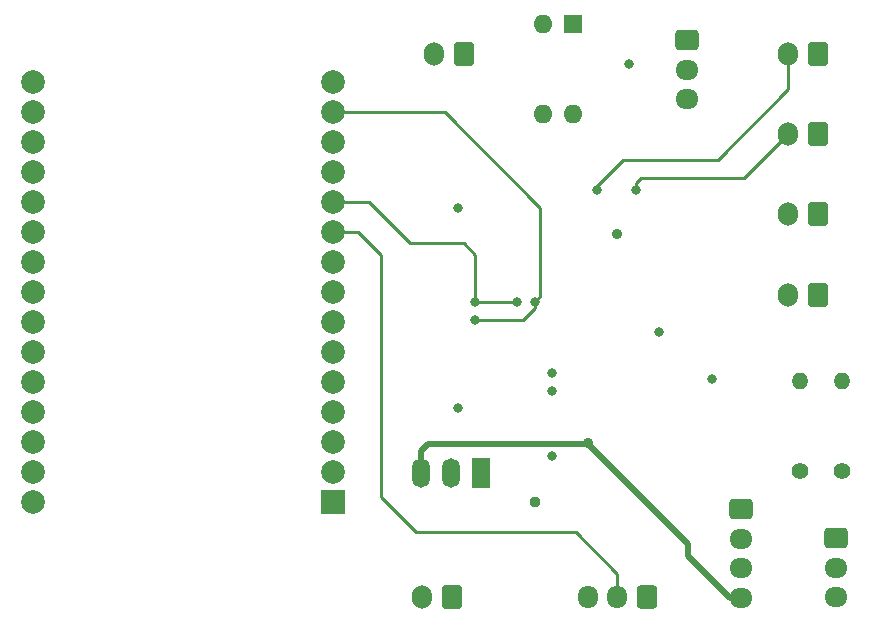
<source format=gbr>
%TF.GenerationSoftware,KiCad,Pcbnew,7.0.8*%
%TF.CreationDate,2024-02-01T15:05:35+01:00*%
%TF.ProjectId,SMD Microcontroller Schematics,534d4420-4d69-4637-926f-636f6e74726f,rev?*%
%TF.SameCoordinates,Original*%
%TF.FileFunction,Copper,L2,Inr*%
%TF.FilePolarity,Positive*%
%FSLAX46Y46*%
G04 Gerber Fmt 4.6, Leading zero omitted, Abs format (unit mm)*
G04 Created by KiCad (PCBNEW 7.0.8) date 2024-02-01 15:05:35*
%MOMM*%
%LPD*%
G01*
G04 APERTURE LIST*
G04 Aperture macros list*
%AMRoundRect*
0 Rectangle with rounded corners*
0 $1 Rounding radius*
0 $2 $3 $4 $5 $6 $7 $8 $9 X,Y pos of 4 corners*
0 Add a 4 corners polygon primitive as box body*
4,1,4,$2,$3,$4,$5,$6,$7,$8,$9,$2,$3,0*
0 Add four circle primitives for the rounded corners*
1,1,$1+$1,$2,$3*
1,1,$1+$1,$4,$5*
1,1,$1+$1,$6,$7*
1,1,$1+$1,$8,$9*
0 Add four rect primitives between the rounded corners*
20,1,$1+$1,$2,$3,$4,$5,0*
20,1,$1+$1,$4,$5,$6,$7,0*
20,1,$1+$1,$6,$7,$8,$9,0*
20,1,$1+$1,$8,$9,$2,$3,0*%
G04 Aperture macros list end*
%TA.AperFunction,ComponentPad*%
%ADD10RoundRect,0.250000X0.600000X0.750000X-0.600000X0.750000X-0.600000X-0.750000X0.600000X-0.750000X0*%
%TD*%
%TA.AperFunction,ComponentPad*%
%ADD11O,1.700000X2.000000*%
%TD*%
%TA.AperFunction,ComponentPad*%
%ADD12RoundRect,0.250000X-0.725000X0.600000X-0.725000X-0.600000X0.725000X-0.600000X0.725000X0.600000X0*%
%TD*%
%TA.AperFunction,ComponentPad*%
%ADD13O,1.950000X1.700000*%
%TD*%
%TA.AperFunction,ComponentPad*%
%ADD14R,2.000000X2.000000*%
%TD*%
%TA.AperFunction,ComponentPad*%
%ADD15C,2.000000*%
%TD*%
%TA.AperFunction,ComponentPad*%
%ADD16R,1.500000X2.500000*%
%TD*%
%TA.AperFunction,ComponentPad*%
%ADD17O,1.500000X2.500000*%
%TD*%
%TA.AperFunction,ComponentPad*%
%ADD18C,1.400000*%
%TD*%
%TA.AperFunction,ComponentPad*%
%ADD19O,1.400000X1.400000*%
%TD*%
%TA.AperFunction,ComponentPad*%
%ADD20RoundRect,0.250000X0.600000X0.725000X-0.600000X0.725000X-0.600000X-0.725000X0.600000X-0.725000X0*%
%TD*%
%TA.AperFunction,ComponentPad*%
%ADD21O,1.700000X1.950000*%
%TD*%
%TA.AperFunction,ComponentPad*%
%ADD22R,1.600000X1.600000*%
%TD*%
%TA.AperFunction,ComponentPad*%
%ADD23O,1.600000X1.600000*%
%TD*%
%TA.AperFunction,ViaPad*%
%ADD24C,0.800000*%
%TD*%
%TA.AperFunction,ViaPad*%
%ADD25C,0.900000*%
%TD*%
%TA.AperFunction,ViaPad*%
%ADD26C,0.950000*%
%TD*%
%TA.AperFunction,Conductor*%
%ADD27C,0.500000*%
%TD*%
%TA.AperFunction,Conductor*%
%ADD28C,0.250000*%
%TD*%
G04 APERTURE END LIST*
D10*
%TO.N,Net-(ESP1-TX0)*%
%TO.C,J2*%
X73000000Y-35000000D03*
D11*
%TO.N,Net-(ESP1-RX0)*%
X70500000Y-35000000D03*
%TD*%
D12*
%TO.N,GND*%
%TO.C,J10*%
X104500000Y-76000000D03*
D13*
%TO.N,Net-(J10-Pin_2)*%
X104500000Y-78500000D03*
%TO.N,5V*%
X104500000Y-81000000D03*
%TD*%
D10*
%TO.N,GND*%
%TO.C,J5*%
X103000000Y-41775000D03*
D11*
%TO.N,Net-(J5-Pin_2)*%
X100500000Y-41775000D03*
%TD*%
D14*
%TO.N,3.3V*%
%TO.C,ESP1*%
X61900000Y-72915000D03*
D15*
%TO.N,GND*%
X61900000Y-70375000D03*
%TO.N,Net-(ESP1-D15)*%
X61900000Y-67835000D03*
%TO.N,Net-(ESP1-D2)*%
X61900000Y-65295000D03*
%TO.N,Net-(ESP1-D4)*%
X61900000Y-62755000D03*
%TO.N,unconnected-(ESP1-RX2-Pad6)*%
X61900000Y-60215000D03*
%TO.N,unconnected-(ESP1-TX2-Pad7)*%
X61900000Y-57675000D03*
%TO.N,Net-(ESP1-D5)*%
X61900000Y-55135000D03*
%TO.N,Net-(ESP1-D18)*%
X61900000Y-52595000D03*
%TO.N,GP19*%
X61900000Y-50055000D03*
%TO.N,SDA*%
X61900000Y-47515000D03*
%TO.N,Net-(ESP1-RX0)*%
X61900000Y-44975000D03*
%TO.N,Net-(ESP1-TX0)*%
X61900000Y-42435000D03*
%TO.N,SCL*%
X61900000Y-39895000D03*
%TO.N,GPIO 27 - PWM*%
X61900000Y-37355000D03*
%TO.N,unconnected-(ESP1-EN-Pad16)*%
X36500000Y-37355000D03*
%TO.N,unconnected-(ESP1-VP-Pad17)*%
X36500000Y-39895000D03*
%TO.N,unconnected-(ESP1-VN-Pad18)*%
X36500000Y-42435000D03*
%TO.N,/D34*%
X36500000Y-44975000D03*
%TO.N,/D35*%
X36500000Y-47515000D03*
%TO.N,/D32*%
X36500000Y-50055000D03*
%TO.N,/D33*%
X36500000Y-52595000D03*
%TO.N,/D25*%
X36500000Y-55135000D03*
%TO.N,/D26*%
X36500000Y-57675000D03*
%TO.N,/D27*%
X36500000Y-60215000D03*
%TO.N,Net-(ESP1-D14)*%
X36500000Y-62755000D03*
%TO.N,Net-(ESP1-D12)*%
X36500000Y-65295000D03*
%TO.N,Net-(ESP1-D13)*%
X36500000Y-67835000D03*
%TO.N,GND*%
X36500000Y-70375000D03*
%TO.N,9V*%
X36500000Y-72915000D03*
%TD*%
D10*
%TO.N,GND*%
%TO.C,J4*%
X103000000Y-35000000D03*
D11*
%TO.N,Net-(J4-Pin_2)*%
X100500000Y-35000000D03*
%TD*%
D10*
%TO.N,GND*%
%TO.C,J7*%
X103000000Y-48575000D03*
D11*
%TO.N,Motor Controller Temp*%
X100500000Y-48575000D03*
%TD*%
D16*
%TO.N,9V*%
%TO.C,U1*%
X74500000Y-70500000D03*
D17*
%TO.N,GND*%
X71960000Y-70500000D03*
%TO.N,5V*%
X69420000Y-70500000D03*
%TD*%
D18*
%TO.N,Net-(J8-Pin_2)*%
%TO.C,R20*%
X105000000Y-70310000D03*
D19*
%TO.N,Net-(R20-Pad2)*%
X105000000Y-62690000D03*
%TD*%
D12*
%TO.N,/MotorGND*%
%TO.C,J9*%
X91950000Y-33825000D03*
D13*
%TO.N,/Data*%
X91950000Y-36325000D03*
%TO.N,/Motor5V*%
X91950000Y-38825000D03*
%TD*%
D18*
%TO.N,GND*%
%TO.C,R21*%
X101500000Y-70310000D03*
D19*
%TO.N,Net-(R20-Pad2)*%
X101500000Y-62690000D03*
%TD*%
D10*
%TO.N,GND*%
%TO.C,J6*%
X103000000Y-55375000D03*
D11*
%TO.N,Motor Temp*%
X100500000Y-55375000D03*
%TD*%
D12*
%TO.N,GND*%
%TO.C,J8*%
X96500000Y-73525000D03*
D13*
%TO.N,Net-(J8-Pin_2)*%
X96500000Y-76025000D03*
%TO.N,Net-(J8-Pin_3)*%
X96500000Y-78525000D03*
%TO.N,5V*%
X96500000Y-81025000D03*
%TD*%
D10*
%TO.N,GND*%
%TO.C,J1*%
X72000000Y-81000000D03*
D11*
%TO.N,9V*%
X69500000Y-81000000D03*
%TD*%
D20*
%TO.N,GND*%
%TO.C,J3*%
X88500000Y-81000000D03*
D21*
%TO.N,GP19*%
X86000000Y-81000000D03*
%TO.N,3.3V*%
X83500000Y-81000000D03*
%TD*%
D22*
%TO.N,GPIO 27 - PWM*%
%TO.C,U3*%
X82275000Y-32500000D03*
D23*
%TO.N,Net-(R13-Pad2)*%
X79735000Y-32500000D03*
%TO.N,/Data*%
X79735000Y-40120000D03*
%TO.N,/Motor5V*%
X82275000Y-40120000D03*
%TD*%
D24*
%TO.N,GND*%
X87000000Y-35812751D03*
X72500000Y-65000000D03*
X80500000Y-69000000D03*
X72500000Y-48000000D03*
X94000000Y-62500000D03*
X80500000Y-63500000D03*
X80500000Y-62000000D03*
D25*
X86000000Y-50200000D03*
D24*
%TO.N,3.3V*%
X89500000Y-58500000D03*
D26*
X79000000Y-72915000D03*
D25*
%TO.N,5V*%
X83547655Y-67952345D03*
D24*
%TO.N,SCL*%
X79000000Y-56000000D03*
X74000000Y-57500000D03*
%TO.N,SDA*%
X77500000Y-56000000D03*
X74000000Y-56000000D03*
%TO.N,Net-(J4-Pin_2)*%
X84325000Y-46500000D03*
%TO.N,Net-(J5-Pin_2)*%
X87587500Y-46500000D03*
%TD*%
D27*
%TO.N,5V*%
X83547655Y-67952345D02*
X83500000Y-68000000D01*
X92000000Y-77500000D02*
X95525000Y-81025000D01*
X95525000Y-81025000D02*
X96500000Y-81025000D01*
X70000000Y-68000000D02*
X69420000Y-68580000D01*
X83547655Y-67952345D02*
X83547655Y-68047655D01*
X92000000Y-76500000D02*
X92000000Y-77500000D01*
X83500000Y-68000000D02*
X70000000Y-68000000D01*
X83547655Y-68047655D02*
X92000000Y-76500000D01*
X69420000Y-68580000D02*
X69420000Y-70500000D01*
D28*
%TO.N,SCL*%
X74000000Y-57500000D02*
X78000000Y-57500000D01*
X79500000Y-48000000D02*
X71395000Y-39895000D01*
X79000000Y-56500000D02*
X79000000Y-56000000D01*
X79000000Y-56000000D02*
X79500000Y-55500000D01*
X79500000Y-55500000D02*
X79500000Y-48000000D01*
X78000000Y-57500000D02*
X79000000Y-56500000D01*
X71395000Y-39895000D02*
X61900000Y-39895000D01*
%TO.N,SDA*%
X74000000Y-52000000D02*
X73000000Y-51000000D01*
X73000000Y-51000000D02*
X68500000Y-51000000D01*
X65015000Y-47515000D02*
X61900000Y-47515000D01*
X74000000Y-56000000D02*
X77500000Y-56000000D01*
X68500000Y-51000000D02*
X65015000Y-47515000D01*
X74000000Y-56000000D02*
X74000000Y-52000000D01*
%TO.N,GP19*%
X86000000Y-79000000D02*
X82500000Y-75500000D01*
X66000000Y-52000000D02*
X64055000Y-50055000D01*
X86000000Y-81000000D02*
X86000000Y-79000000D01*
X66000000Y-72500000D02*
X66000000Y-52000000D01*
X69000000Y-75500000D02*
X66000000Y-72500000D01*
X82500000Y-75500000D02*
X69000000Y-75500000D01*
X64055000Y-50055000D02*
X61900000Y-50055000D01*
%TO.N,Net-(J4-Pin_2)*%
X84325000Y-46500000D02*
X84325000Y-46175000D01*
X84325000Y-46175000D02*
X86500000Y-44000000D01*
X100500000Y-38000000D02*
X100500000Y-35000000D01*
X86500000Y-44000000D02*
X94500000Y-44000000D01*
X94500000Y-44000000D02*
X100500000Y-38000000D01*
%TO.N,Net-(J5-Pin_2)*%
X88000000Y-45500000D02*
X96775000Y-45500000D01*
X96775000Y-45500000D02*
X100500000Y-41775000D01*
X87587500Y-45912500D02*
X88000000Y-45500000D01*
X87587500Y-46500000D02*
X87587500Y-45912500D01*
%TD*%
M02*

</source>
